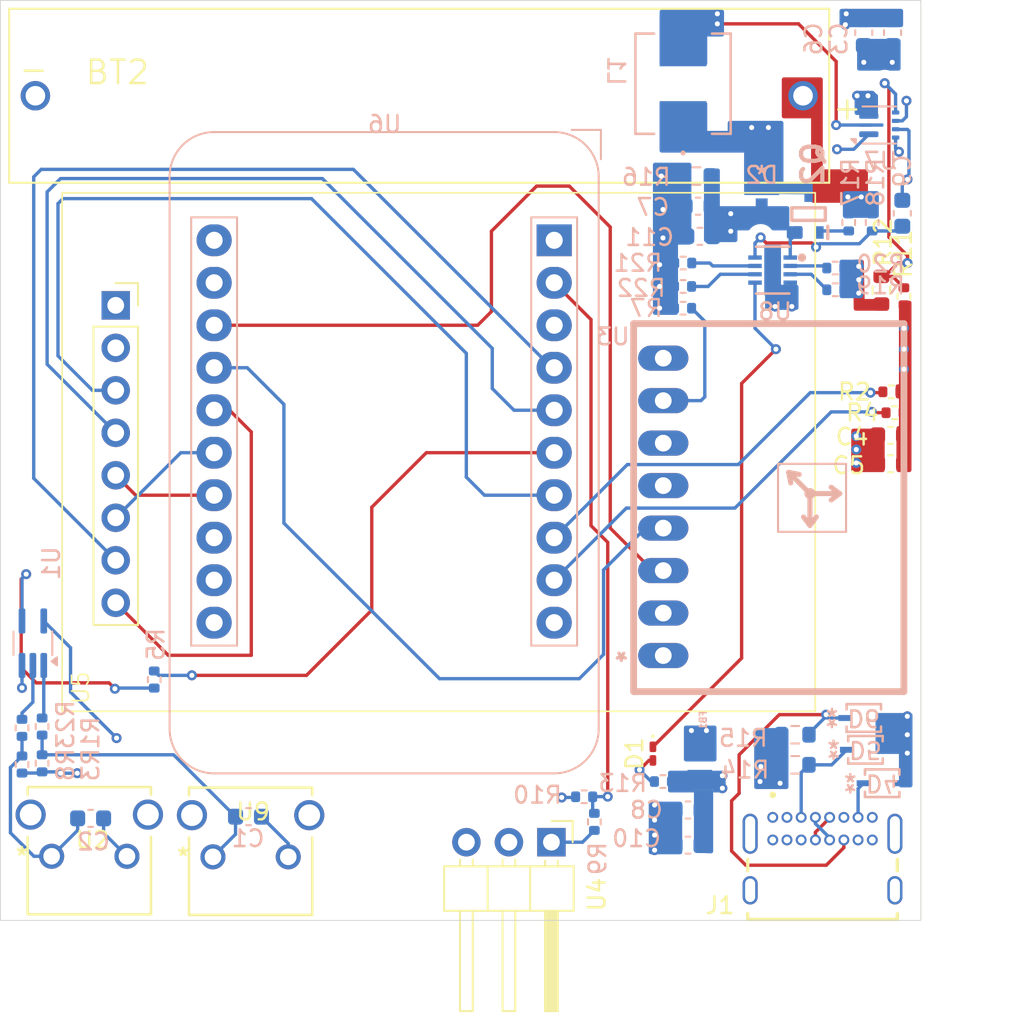
<source format=kicad_pcb>
(kicad_pcb (version 20240108) (generator "pcbnew") (generator_version "8.0")
  (layers (0 "F.Cu" signal) (1 "In1.Cu" signal) (2 "In2.Cu" signal) (31 "B.Cu" signal) (34 "B.Paste" user) (35 "F.Paste" user) (36 "B.SilkS" user "B.Silkscreen") (37 "F.SilkS" user "F.Silkscreen") (38 "B.Mask" user) (39 "F.Mask" user) (44 "Edge.Cuts" user))
  (net 0 "")
  (net 1 "GND")
  (net 2 "Net-(U3-ADO)")
  (net 3 "VDD")
  (net 4 "VBUS")
  (net 5 "Net-(U8-OUT)")
  (net 6 "Net-(D1-A)")
  (net 7 "Net-(D1-K)")
  (net 8 "Net-(C1-Pad2)")
  (net 9 "/BUTTON1")
  (net 10 "+5V")
  (net 11 "Net-(U6-VIN)")
  (net 12 "Net-(U6-VBAT)")
  (net 13 "Net-(C2-Pad2)")
  (net 14 "Net-(U4-SIGNAL)")
  (net 15 "ECG")
  (net 16 "/Battery/CC1")
  (net 17 "/Battery/CC2")
  (net 18 "Net-(BT2-PadP)")
  (net 19 "Net-(Q2-D)")
  (net 20 "Net-(U8-TS)")
  (net 21 "Net-(U8-ISET)")
  (net 22 "Net-(U8-VSET)")
  (net 23 "Net-(U8-TMR)")
  (net 24 "/BUTTON2")
  (net 26 "+3V3")
  (net 28 "SCL_ACCEL")
  (net 29 "SDA_ACCEL")
  (net 31 "HSPI_CS")
  (net 32 "BACKLIGHT")
  (net 33 "DATA{slash}CMD_SEL")
  (net 34 "HSPI_MOSI")
  (net 35 "RESET")
  (net 36 "HSPI_CLK")
  (net 41 "FAILSAFE")
  (net 43 "Net-(U7-SW)")
  (net 44 "Net-(U7-FB)")
  (net 45 "Net-(U6-GPIO12)")
  (net 46 "VCC")
  (net 48 "/Battery/DP")
  (net 49 "/Battery/DN")
  (footprint "Resistor_SMD:R_0402_1005Metric" (layer "F.Cu") (at 142.65 111.4 180)
    (property "Reference" "R2")
    (property "Value" "0" (hide yes))
  )
  (footprint "Capacitor_SMD:C_0603_1608Metric" (layer "F.Cu") (at 142.6 114 180)
    (property "Reference" "C4")
    (property "Value" "47u" (hide yes))
  )
  (footprint "Resistor_SMD:R_0402_1005Metric" (layer "F.Cu") (at 142.84 112.65 180)
    (property "Reference" "R4")
    (property "Value" "0" (hide yes))
  )
  (footprint "LED_SMD:LED_0201_0603Metric_Pad0.64x0.40mm_HandSolder" (layer "F.Cu") (at 128.4 133.03 -90)
    (property "Reference" "D1")
    (property "Value" "150060YS75000" (hide yes))
  )
  (footprint "Footprints:GCT_USB4085-GF-A_REVB" (layer "F.Cu") (at 138.535 141.2)
    (property "Reference" "J1")
    (property "Value" "USB4085-GF-A_REVB")
  )
  (footprint "Detection_Eval_lib_fp:SW2_1825027-C_TEC" (layer "F.Cu") (at 102.109999 139.2)
    (property "Reference" "U9")
    (property "Value" "~" (hide yes))
  )
  (footprint "Capacitor_SMD:C_0603_1608Metric" (layer "F.Cu") (at 142.6 115.7 180)
    (property "Reference" "C5")
    (property "Value" "47u" (hide yes))
  )
  (footprint "Detection_Eval_lib_fp:BAT_BEAAAAPC" (layer "F.Cu") (at 114.435 93.7)
    (property "Reference" "BT2")
    (property "Value" "BH-18650-PC")
  )
  (footprint "Detection_Eval_lib_fp:LCDSCREEN" (layer "F.Cu") (at 93.1 130.5 90)
    (property "Reference" "U5")
    (property "Value" "~")
  )
  (footprint "Detection_Eval_lib_fp:SW2_1825027-C_TEC" (layer "F.Cu") (at 92.471749 139.166699)
    (property "Reference" "U2")
    (property "Value" "~" (hide yes))
  )
  (footprint "Connector_PinHeader_2.54mm:PinHeader_1x03_P2.54mm_Horizontal" (layer "F.Cu") (at 122.335 138.325 -90)
    (property "Reference" "U4")
    (property "Value" "~")
  )
  (footprint "Resistor_SMD:R_0603_1608Metric" (layer "F.Cu") (at 142.05 105.325 -90)
    (property "Reference" "R12")
    (property "Value" "100K" (hide yes))
  )
  (footprint "Resistor_SMD:R_0402_1005Metric" (layer "F.Cu") (at 143.4 105.69 90)
    (property "Reference" "R11")
    (property "Value" "732K" (hide yes))
  )
  (footprint "Footprints:SOT65P210X110-3N" (layer "B.Cu") (at 137.7 100.7728 90)
    (property "Reference" "Q2")
    (property "Value" "PMOS" (hide yes))
  )
  (footprint "Resistor_SMD:R_0402_1005Metric" (layer "B.Cu") (at 90.7 133.68 -90)
    (property "Reference" "R8")
    (property "Value" "10k" (hide yes))
  )
  (footprint "Detection_Eval_lib_fp:IND_IHLP-2020CZ" (layer "B.Cu") (at 130.2 92.9793 90)
    (property "Reference" "L1")
    (property "Value" "1u" (hide yes))
  )
  (footprint "Footprints:TVS_SOD2_DYF_TEX-L" (layer "B.Cu") (at 142.1 134.8)
    (property "Reference" "D4")
    (property "Value" "TSD05CDYFR" (hide yes))
  )
  (footprint "Resistor_SMD:R_0402_1005Metric" (layer "B.Cu") (at 90.7 131.49 90)
    (property "Reference" "R23")
    (property "Value" "0" (hide yes))
  )
  (footprint "Resistor_SMD:R_0402_1005Metric" (layer "B.Cu") (at 140.1 101.2728 90)
    (property "Reference" "R17")
    (property "Value" "0" (hide yes))
  )
  (footprint "Package_TO_SOT_SMD:SOT-353_SC-70-5_Handsoldering" (layer "B.Cu") (at 91.35 126.43 90)
    (property "Reference" "U1")
    (property "Value" "SN74LVC1G08DCKR" (hide yes))
  )
  (footprint "Capacitor_SMD:C_0603_1608Metric" (layer "B.Cu") (at 141 89.925 90)
    (property "Reference" "C6")
    (property "Value" "10u" (hide yes))
  )
  (footprint "Package_DFN_QFN:Texas_RWU0007A_VQFN-7_2x2mm_P0.5mm" (layer "B.Cu") (at 141.925 95.45)
    (property "Reference" "U7")
    (property "Value" "TPS61022" (hide yes))
  )
  (footprint "Resistor_SMD:R_0402_1005Metric" (layer "B.Cu") (at 139.3 104 180)
    (property "Reference" "R20")
    (property "Value" "3k" (hide yes))
  )
  (footprint "Resistor_SMD:R_0402_1005Metric" (layer "B.Cu") (at 139.3 105.3 180)
    (property "Reference" "R19")
    (property "Value" "10k" (hide yes))
  )
  (footprint "Footprints:BEADC2012X105N" (layer "B.Cu") (at 131.2 133.74 90)
    (property "Reference" "FB1")
    (property "Value" "FBMJ2125HS250NT" (hide yes))
  )
  (footprint "Capacitor_SMD:C_0603_1608Metric" (layer "B.Cu") (at 104.235 136.8 180)
    (property "Reference" "C1")
    (property "Value" "0.1u" (hide yes))
  )
  (footprint "Resistor_SMD:R_0402_1005Metric" (layer "B.Cu") (at 130.2 106.4 180)
    (property "Reference" "R7")
    (property "Value" "1k" (hide yes))
  )
  (footprint "Footprints:TVS_SOD2_DYF_TEX-L" (layer "B.Cu") (at 141 130.9)
    (property "Reference" "D6")
    (property "Value" "TSD05CDYFR" (hide yes))
  )
  (footprint "Resistor_SMD:R_0402_1005Metric" (layer "B.Cu") (at 91.9 131.41 90)
    (property "Reference" "R1")
    (property "Value" "0" (hide yes))
  )
  (footprint "Resistor_SMD:R_0402_1005Metric" (layer "B.Cu") (at 130.21 103.7)
    (property "Reference" "R21")
    (property "Value" "62k" (hide yes))
  )
  (footprint "Resistor_SMD:R_0402_1005Metric" (layer "B.Cu") (at 91.9 133.61 -90)
    (property "Reference" "R3")
    (property "Value" "10k" (hide yes))
  )
  (footprint "Capacitor_SMD:C_0603_1608Metric" (layer "B.Cu") (at 94.8 136.9 180)
    (property "Reference" "C2")
    (property "Value" "0.1u" (hide yes))
  )
  (footprint "Resistor_SMD:R_0402_1005Metric" (layer "B.Cu") (at 130.2 105.1)
    (property "Reference" "R22")
    (property "Value" "36k" (hide yes))
  )
  (footprint "Detection_Eval_lib_fp:BQ25172DSGR" (layer "B.Cu") (at 135.553033 104.122799 180)
    (property "Reference" "U8")
    (property "Value" "~" (hide yes))
  )
  (footprint "Footprints:POWERMITE1_DO-216AA_MIS_MCH" (layer "B.Cu") (at 134.9 98.441 180)
    (property "Reference" "D2")
    (property "Value" "UPS115UE3/TR7" (hide yes))
  )
  (footprint "Resistor_SMD:R_0402_1005Metric" (layer "B.Cu") (at 124.29 135.61 180)
    (property "Reference" "R10")
    (property "Value" "430" (hide yes))
  )
  (footprint "Capacitor_SMD:C_0603_1608Metric" (layer "B.Cu") (at 131.2 102.1 180)
    (property "Reference" "C11")
    (property "Value" "100nF" (hide yes))
  )
  (footprint "Module:Adafruit_HUZZAH_ESP8266_breakout" (layer "B.Cu") (at 122.5 102.34 180)
    (property "Reference" "U6")
    (property "Value" "ESP8266" (hide yes))
  )
  (footprint "Resistor_SMD:R_0603_1608Metric" (layer "B.Cu") (at 136.9 131.9 180)
    (property "Reference" "R15")
    (property "Value" "5.1k" (hide yes))
  )
  (footprint "Resistor_SMD:R_0402_1005Metric" (layer "B.Cu") (at 98.6 128.6 90)
    (property "Reference" "R5")
    (property "Value" "10k" (hide yes))
  )
  (footprint "Resistor_SMD:R_0402_1005Metric" (layer "B.Cu") (at 141.5 101.2728 -90)
    (property "Reference" "R18")
    (property "Value" "0" (hide yes))
  )
  (footprint "Capacitor_SMD:C_0603_1608Metric" (layer "B.Cu") (at 142.72 89.925 90)
    (property "Reference" "C3")
    (property "Value" "10u" (hide yes))
  )
  (footprint "Resistor_SMD:R_0402_1005Metric" (layer "B.Cu") (at 129 134.7)
    (property "Reference" "R13")
    (property "Value" "10k" (hide yes))
  )
  (footprint "Resistor_SMD:R_0603_1608Metric" (layer "B.Cu") (at 136.9 133.7 180)
    (property "Reference" "R14")
    (property "Value" "5.1k" (hide yes))
  )
  (footprint "Capacitor_SMD:C_0603_1608Metric" (layer "B.Cu") (at 130.5 136.4 180)
    (property "Reference" "C8")
    (property "Value" "10uF" (hide yes))
  )
  (footprint "Capacitor_SMD:C_0603_1608Metric" (layer "B.Cu") (at 131.1 100.3 180)
    (property "Reference" "C7")
    (property "Value" "1uF" (hide yes))
  )
  (footprint "Capacitor_SMD:C_0603_1608Metric" (layer "B.Cu") (at 143.3 100.725 90)
    (property "Reference" "C9")
    (property "Value" "1uF" (hide yes))
  )
  (footprint "Footprints:TVS_SOD2_DYF_TEX-L" (layer "B.Cu") (at 141.1 132.8)
    (property "Reference" "D5")
    (property "Value" "TSD05CDYFR" (hide yes))
  )
  (footprint "Resistor_SMD:R_0603_1608Metric" (layer "B.Cu") (at 131 98.5 180)
    (property "Reference" "R16")
    (property "Value" "100k" (hide yes))
  )
  (footprint "Resistor_SMD:R_0402_1005Metric" (layer "B.Cu") (at 124.9 137.11 90)
    (property "Reference" "R9")
    (property "Value" "1k" (hide yes))
  )
  (footprint "Capacitor_SMD:C_0603_1608Metric" (layer "B.Cu") (at 130.5 138.5 180)
    (property "Reference" "C10")
    (property "Value" "1uF" (hide yes))
  )
  (footprint "Detection_Eval_lib_fp:GY-521" (layer "B.Cu") (at 127.2484 107.3234)
    (property "Reference" "U3")
    (property "Value" "~")
  )
  (gr_rect (start 89.41 88) (end 144.41 143) (stroke (width 0.05)) (fill none) (layer "Edge.Cuts"))
  (via (at 128.5 136.1) (size 0.6) (drill 0.3) (layers "F.Cu" "B.Cu") (net 1))
  (via (at 136 134.8) (size 0.6) (drill 0.3) (layers "F.Cu" "B.Cu") (net 1))
  (via (at 94 134.2) (size 0.6) (drill 0.3) (layers "F.Cu" "B.Cu") (net 1))
  (via (at 139.9 89.45) (size 0.6) (drill 0.3) (layers "F.Cu" "B.Cu") (net 1))
  (via (at 122.95 135.65) (size 0.6) (drill 0.3) (layers "F.Cu" "B.Cu") (net 1))
  (via (at 128.5 138.8) (size 0.6) (drill 0.3) (layers "F.Cu" "B.Cu") (net 1))
  (via (at 140.7 105.5) (size 0.6) (drill 0.3) (layers "F.Cu" "B.Cu") (net 1))
  (via (at 128.5 137.9) (size 0.6) (drill 0.3) (layers "F.Cu" "B.Cu") (net 1))
  (via (at 139.4 96.9) (size 0.6) (drill 0.3) (layers "F.Cu" "B.Cu") (net 1))
  (via (at 90.7 129.1) (size 0.6) (drill 0.3) (layers "F.Cu" "B.Cu") (net 1))
  (via (at 140.55 115.65) (size 0.6) (drill 0.3) (layers "F.Cu" "B.Cu") (net 1))
  (via (at 143.6 130.8) (size 0.6) (drill 0.3) (layers "F.Cu" "B.Cu") (net 1))
  (via (at 143.61 98.7) (size 0.6) (drill 0.3) (layers "F.Cu" "B.Cu") (net 1))
  (via (at 140.55 114.85) (size 0.6) (drill 0.3) (layers "F.Cu" "B.Cu") (net 1))
  (via (at 139.95 88.8) (size 0.6) (drill 0.3) (layers "F.Cu" "B.Cu") (net 1))
  (via (at 143.6 133) (size 0.6) (drill 0.3) (layers "F.Cu" "B.Cu") (net 1))
  (via (at 140.55 114.05) (size 0.6) (drill 0.3) (layers "F.Cu" "B.Cu") (net 1))
  (via (at 136.7 106.3) (size 0.6) (drill 0.3) (layers "F.Cu" "B.Cu") (net 1))
  (via (at 140.7 104.7) (size 0.6) (drill 0.3) (layers "F.Cu" "B.Cu") (net 1))
  (via (at 129 100.5) (size 0.6) (drill 0.3) (layers "F.Cu" "B.Cu") (net 1))
  (via (at 143.6 131.9) (size 0.6) (drill 0.3) (layers "F.Cu" "B.Cu") (net 1))
  (via (at 140.7 103.9) (size 0.6) (drill 0.3) (layers "F.Cu" "B.Cu") (net 1))
  (via (at 134.85 133.8) (size 0.6) (drill 0.3) (layers "F.Cu" "B.Cu") (net 1))
  (via (at 129 102.2) (size 0.6) (drill 0.3) (layers "F.Cu" "B.Cu") (net 1))
  (via (at 128.5 137) (size 0.6) (drill 0.3) (layers "F.Cu" "B.Cu") (net 1))
  (via (at 134.8 134.7) (size 0.6) (drill 0.3) (layers "F.Cu" "B.Cu") (net 1))
  (via (at 128.8 103.8) (size 0.6) (drill 0.3) (layers "F.Cu" "B.Cu") (net 1))
  (via (at 135.7 106.3) (size 0.6) (drill 0.3) (layers "F.Cu" "B.Cu") (net 1))
  (via (at 128.8 105.1) (size 0.6) (drill 0.3) (layers "F.Cu" "B.Cu") (net 1))
  (via (at 93 134.2) (size 0.6) (drill 0.3) (layers "F.Cu" "B.Cu") (net 1))
  (via (at 128.9 98.5) (size 0.6) (drill 0.3) (layers "F.Cu" "B.Cu") (net 1))
  (via (at 128.8 106.4) (size 0.6) (drill 0.3) (layers "F.Cu" "B.Cu") (net 1))
  (segment (start 135.553033 104.122799) (end 135.553033 106.153033) (width 0.2) (layer "B.Cu") (net 1))
  (segment (start 94 134.2) (end 93 134.2) (width 0.2) (layer "B.Cu") (net 1))
  (segment (start 91.83 134.19) (end 91.9 134.12) (width 0.2) (layer "B.Cu") (net 1))
  (segment (start 90.7 134.19) (end 91.83 134.19) (width 0.2) (layer "B.Cu") (net 1))
  (segment (start 143.61 98.7) (end 143.3 99.01) (width 0.2) (layer "B.Cu") (net 1))
  (segment (start 143.3 99.01) (end 143.3 99.95) (width 0.2) (layer "B.Cu") (net 1))
  (segment (start 135.553033 106.153033) (end 135.7 106.3) (width 0.2) (layer "B.Cu") (net 1))
  (segment (start 139.4 96.9) (end 140.4 96.9) (width 0.2) (layer "B.Cu") (net 1))
  (segment (start 136.606066 104.8728) (end 136.606066 106.206066) (width 0.2) (layer "B.Cu") (net 1))
  (segment (start 142.91319 95.71319) (end 142.9 95.7) (width 0.2) (layer "B.Cu") (net 1))
  (segment (start 140.4 96.9) (end 141.3 96) (width 0.2) (layer "B.Cu") (net 1))
  (segment (start 122.95 135.65) (end 123.74 135.65) (width 0.2) (layer "B.Cu") (net 1))
  (segment (start 143.61 98.7) (end 143.61 98.544438) (width 0.2) (layer "B.Cu") (net 1))
  (segment (start 143.7 98.454438) (end 143.7 95.802326) (width 0.2) (layer "B.Cu") (net 1))
  (segment (start 92.92 134.12) (end 93 134.2) (width 0.2) (layer "B.Cu") (net 1))
  (segment (start 143.610864 95.71319) (end 142.91319 95.71319) (width 0.2) (layer "B.Cu") (net 1))
  (segment (start 90.7 129.1) (end 90.7 127.76) (width 0.2) (layer "B.Cu") (net 1))
  (segment (start 143.7 95.802326) (end 143.610864 95.71319) (width 0.2) (layer "B.Cu") (net 1))
  (segment (start 91.9 134.12) (end 92.92 134.12) (width 0.2) (layer "B.Cu") (net 1))
  (segment (start 143.61 98.544438) (end 143.7 98.454438) (width 0.2) (layer "B.Cu") (net 1))
  (segment (start 136.606066 106.206066) (end 136.7 106.3) (width 0.2) (layer "B.Cu") (net 1))
  (segment (start 123.74 135.65) (end 123.78 135.61) (width 0.2) (layer "B.Cu") (net 1))
  (segment (start 131.5 111.7) (end 131.2726 111.9274) (width 0.2) (layer "B.Cu") (net 2))
  (segment (start 130.71 106.4) (end 131.5 107.19) (width 0.2) (layer "B.Cu") (net 2))
  (segment (start 131.5 107.19) (end 131.5 111.7) (width 0.2) (layer "B.Cu") (net 2))
  (segment (start 131.2726 111.9274) (end 129.0184 111.9274) (width 0.2) (layer "B.Cu") (net 2))
  (via (at 131.6 131.65) (size 0.6) (drill 0.3) (layers "F.Cu" "B.Cu") (net 3))
  (via (at 133.05 100.75) (size 0.6) (drill 0.3) (layers "F.Cu" "B.Cu") (net 3))
  (via (at 133.05 101.8) (size 0.6) (drill 0.3) (layers "F.Cu" "B.Cu") (net 3))
  (via (at 130.7 131.65) (size 0.6) (drill 0.3) (layers "F.Cu" "B.Cu") (net 3))
  (segment (start 136.606066 102.316734) (end 137.05 101.8728) (width 0.2) (layer "B.Cu") (net 3))
  (segment (start 136.606066 103.372801) (end 136.606066 102.316734) (width 0.2) (layer "B.Cu") (net 3))
  (via (at 132.55 135.1) (size 0.6) (drill 0.3) (layers "F.Cu" "B.Cu") (net 4))
  (via (at 132.55 134.35) (size 0.6) (drill 0.3) (layers "F.Cu" "B.Cu") (net 4))
  (segment (start 140.66 135.1224) (end 140.9824 134.8) (width 0.2) (layer "B.Cu") (net 4))
  (segment (start 140.66 136.84) (end 140.66 135.1224) (width 0.2) (layer "B.Cu") (net 4))
  (segment (start 135.164516 102.5) (end 137.902198 102.5) (width 0.2) (layer "F.Cu") (net 5))
  (segment (start 137.902198 102.5) (end 138.15 102.747802) (width 0.2) (layer "F.Cu") (net 5))
  (segment (start 134.836589 102.172073) (end 135.164516 102.5) (width 0.2) (layer "F.Cu") (net 5))
  (via (at 138.15 102.747802) (size 0.6) (drill 0.3) (layers "F.Cu" "B.Cu") (net 5))
  (via (at 134.836589 102.172073) (size 0.6) (drill 0.3) (layers "F.Cu" "B.Cu") (net 5))
  (segment (start 141.5 101.7828) (end 143.0172 101.7828) (width 0.2) (layer "B.Cu") (net 5))
  (segment (start 134.5 102.508662) (end 134.5 103.372801) (width 0.2) (layer "B.Cu") (net 5))
  (segment (start 138.15 102.747802) (end 138.350002 102.5478) (width 0.2) (layer "B.Cu") (net 5))
  (segment (start 140.735 102.5478) (end 141.5 101.7828) (width 0.2) (layer "B.Cu") (net 5))
  (segment (start 143.0172 101.7828) (end 143.3 101.5) (width 0.2) (layer "B.Cu") (net 5))
  (segment (start 134.836589 102.172073) (end 134.5 102.508662) (width 0.2) (layer "B.Cu") (net 5))
  (segment (start 138.350002 102.5478) (end 140.735 102.5478) (width 0.2) (layer "B.Cu") (net 5))
  (segment (start 128.4 133.4375) (end 128.1625 133.4375) (width 0.2) (layer "F.Cu") (net 6))
  (segment (start 128.1625 133.4375) (end 127.6 134) (width 0.2) (layer "F.Cu") (net 6))
  (via (at 127.6 134) (size 0.6) (drill 0.3) (layers "F.Cu" "B.Cu") (net 6))
  (segment (start 128.49 134.7) (end 128.3 134.7) (width 0.2) (layer "B.Cu") (net 6))
  (segment (start 128.3 134.7) (end 127.6 134) (width 0.2) (layer "B.Cu") (net 6))
  (segment (start 135.75 108.85) (end 133.7 110.9) (width 0.2) (layer "F.Cu") (net 7))
  (segment (start 133.7 110.9) (end 133.7 127.3225) (width 0.2) (layer "F.Cu") (net 7))
  (segment (start 133.7 127.3225) (end 128.4 132.6225) (width 0.2) (layer "F.Cu") (net 7))
  (via (at 135.75 108.85) (size 0.6) (drill 0.3) (layers "F.Cu" "B.Cu") (net 7))
  (segment (start 134.5 107.6) (end 134.5 104.8728) (width 0.2) (layer "B.Cu") (net 7))
  (segment (start 135.75 108.85) (end 134.5 107.6) (width 0.2) (layer "B.Cu") (net 7))
  (segment (start 99.76 133.1) (end 103.46 136.8) (width 0.2) (layer "B.Cu") (net 8))
  (segment (start 103.46 137.849999) (end 102.109999 139.2) (width 0.2) (layer "B.Cu") (net 8))
  (segment (start 103.46 136.8) (end 103.46 137.849999) (width 0.2) (layer "B.Cu") (net 8))
  (segment (start 91.9 131.92) (end 91.9 133.1) (width 0.2) (layer "B.Cu") (net 8))
  (segment (start 91.9 133.1) (end 99.76 133.1) (width 0.2) (layer "B.Cu") (net 8))
  (segment (start 92 130.8) (end 91.9 130.9) (width 0.2) (layer "B.Cu") (net 9))
  (segment (start 92 127.76) (end 92 130.8) (width 0.2) (layer "B.Cu") (net 9))
  (via (at 140.6 93.7) (size 0.6) (drill 0.3) (layers "F.Cu" "B.Cu") (net 10))
  (via (at 141.25 93.7) (size 0.6) (drill 0.3) (layers "F.Cu" "B.Cu") (net 10))
  (via (at 96.35 132.1) (size 0.6) (drill 0.3) (layers "F.Cu" "B.Cu") (net 10))
  (via (at 143.4 107.6) (size 0.6) (drill 0.3) (layers "F.Cu" "B.Cu") (net 10))
  (via (at 143.4 110.05) (size 0.6) (drill 0.3) (layers "F.Cu" "B.Cu") (net 10))
  (via (at 143.4 108.85) (size 0.6) (drill 0.3) (layers "F.Cu" "B.Cu") (net 10))
  (segment (start 106.61 138.4) (end 105.01 136.8) (width 0.2) (layer "B.Cu") (net 10))
  (segment (start 96.97175 139.166699) (end 95.575 137.769949) (width 0.2) (layer "B.Cu") (net 10))
  (segment (start 93.6 129.35) (end 93.6 126.7) (width 0.2) (layer "B.Cu") (net 10))
  (segment (start 95.575 137.769949) (end 95.575 136.9) (width 0.2) (layer "B.Cu") (net 10))
  (segment (start 93.6 126.7) (end 92 125.1) (width 0.2) (layer "B.Cu") (net 10))
  (segment (start 106.61 139.2) (end 106.61 138.4) (width 0.2) (layer "B.Cu") (net 10))
  (segment (start 96.35 132.1) (end 93.6 129.35) (width 0.2) (layer "B.Cu") (net 10))
  (segment (start 142.3 111.45) (end 141.4 111.45) (width 0.2) (layer "F.Cu") (net 11))
  (via (at 141.4 111.45) (size 0.6) (drill 0.3) (layers "F.Cu" "B.Cu") (net 11))
  (segment (start 122.5 120.12) (end 126.87 115.75) (width 0.2) (layer "B.Cu") (net 11))
  (segment (start 137.8 111.45) (end 141.4 111.45) (width 0.2) (layer "B.Cu") (net 11))
  (segment (start 126.87 115.75) (end 133.5 115.75) (width 0.2) (layer "B.Cu") (net 11))
  (segment (start 133.5 115.75) (end 137.8 111.45) (width 0.2) (layer "B.Cu") (net 11))
  (segment (start 142.33 112.65) (end 141.52 112.65) (width 0.2) (layer "F.Cu") (net 12))
  (segment (start 141.52 112.65) (end 141.47 112.6) (width 0.2) (layer "F.Cu") (net 12))
  (via (at 141.47 112.6) (size 0.6) (drill 0.3) (layers "F.Cu" "B.Cu") (net 12))
  (segment (start 126.81 118.35) (end 133.3 118.35) (width 0.2) (layer "B.Cu") (net 12))
  (segment (start 139.05 112.6) (end 141.47 112.6) (width 0.2) (layer "B.Cu") (net 12))
  (segment (start 133.3 118.35) (end 139.05 112.6) (width 0.2) (layer "B.Cu") (net 12))
  (segment (start 122.5 122.66) (end 126.81 118.35) (width 0.2) (layer "B.Cu") (net 12))
  (segment (start 94.025 137.613448) (end 94.025 136.9) (width 0.2) (layer "B.Cu") (net 13))
  (segment (start 90.01 137.76462) (end 91.412079 139.166699) (width 0.2) (layer "B.Cu") (net 13))
  (segment (start 91.412079 139.166699) (end 92.471749 139.166699) (width 0.2) (layer "B.Cu") (net 13))
  (segment (start 90.01 133.854951) (end 90.01 137.76462) (width 0.2) (layer "B.Cu") (net 13))
  (segment (start 90.7 132) (end 90.7 133.17) (width 0.2) (layer "B.Cu") (net 13))
  (segment (start 92.471749 139.166699) (end 94.025 137.613448) (width 0.2) (layer "B.Cu") (net 13))
  (segment (start 90.7 133.17) (end 90.015049 133.854951) (width 0.2) (layer "B.Cu") (net 13))
  (segment (start 90.015049 133.854951) (end 90.01 133.854951) (width 0.2) (layer "B.Cu") (net 13))
  (segment (start 124.195 138.325) (end 124.9 137.62) (width 0.2) (layer "B.Cu") (net 14))
  (segment (start 122.335 138.325) (end 124.195 138.325) (width 0.2) (layer "B.Cu") (net 14))
  (segment (start 124.7 107.08) (end 122.5 104.88) (width 0.2) (layer "F.Cu") (net 15))
  (segment (start 125.7 120.4) (end 124.7 119.4) (width 0.2) (layer "F.Cu") (net 15))
  (segment (start 125.7 135.6) (end 125.7 120.4) (width 0.2) (layer "F.Cu") (net 15))
  (segment (start 124.7 119.4) (end 124.7 107.08) (width 0.2) (layer "F.Cu") (net 15))
  (via (at 125.7 135.6) (size 0.6) (drill 0.3) (layers "F.Cu" "B.Cu") (net 15))
  (segment (start 124.8 135.61) (end 124.8 136.5) (width 0.2) (layer "B.Cu") (net 15))
  (segment (start 124.81 135.6) (end 124.8 135.61) (width 0.2) (layer "B.Cu") (net 15))
  (segment (start 124.8 136.5) (end 124.9 136.6) (width 0.2) (layer "B.Cu") (net 15))
  (segment (start 125.7 135.6) (end 124.81 135.6) (width 0.2) (layer "B.Cu") (net 15))
  (segment (start 137.26 136.84) (end 137.26 134.165) (width 0.2) (layer "B.Cu") (net 16))
  (segment (start 137.725 133.7) (end 139.0824 133.7) (width 0.2) (layer "B.Cu") (net 16))
  (segment (start 139.0824 133.7) (end 139.9824 132.8) (width 0.2) (layer "B.Cu") (net 16))
  (segment (start 137.26 134.165) (end 137.725 133.7) (width 0.2) (layer "B.Cu") (net 16))
  (segment (start 139.81 138.649619) (end 138.759619 139.7) (width 0.2) (layer "F.Cu") (net 17))
  (segment (start 133.55 133.1) (end 135.95 130.7) (width 0.2) (layer "F.Cu") (net 17))
  (segment (start 135.95 130.7) (end 138.75 130.7) (width 0.2) (layer "F.Cu") (net 17))
  (segment (start 139.81 138.19) (end 139.81 138.649619) (width 0.2) (layer "F.Cu") (net 17))
  (segment (start 138.759619 139.7) (end 133.95 139.7) (width 0.2) (layer "F.Cu") (net 17))
  (segment (start 133.95 139.7) (end 133.1 138.85) (width 0.2) (layer "F.Cu") (net 17))
  (segment (start 133.1 138.85) (end 133.1 135.85) (width 0.2) (layer "F.Cu") (net 17))
  (segment (start 133.55 135.4) (end 133.55 133.1) (width 0.2) (layer "F.Cu") (net 17))
  (segment (start 133.1 135.85) (end 133.55 135.4) (width 0.2) (layer "F.Cu") (net 17))
  (via (at 138.75 130.7) (size 0.6) (drill 0.3) (layers "F.Cu" "B.Cu") (net 17))
  (segment (start 138.75 130.8) (end 138.75 130.7) (width 0.2) (layer "B.Cu") (net 17))
  (segment (start 138.95 130.9) (end 138.75 130.7) (width 0.2) (layer "B.Cu") (net 17))
  (segment (start 137.725 131.875) (end 137.7 131.85) (width 0.2) (layer "B.Cu") (net 17))
  (segment (start 137.725 131.9) (end 137.725 131.875) (width 0.2) (layer "B.Cu") (net 17))
  (segment (start 137.7 131.85) (end 138.75 130.8) (width 0.2) (layer "B.Cu") (net 17))
  (segment (start 139.8824 130.9) (end 138.95 130.9) (width 0.2) (layer "B.Cu") (net 17))
  (via (at 140.85 99.75) (size 0.6) (drill 0.3) (layers "F.Cu" "B.Cu") (net 18))
  (via (at 140.05 99.75) (size 0.6) (drill 0.3) (layers "F.Cu" "B.Cu") (net 18))
  (segment (start 138.44 101.7828) (end 138.35 101.8728) (width 0.2) (layer "B.Cu") (net 19))
  (segment (start 140.1 101.7828) (end 138.44 101.7828) (width 0.2) (layer "B.Cu") (net 19))
  (segment (start 138.79 105.3) (end 137.862799 104.372799) (width 0.2) (layer "B.Cu") (net 20))
  (segment (start 137.862799 104.372799) (end 136.606066 104.372799) (width 0.2) (layer "B.Cu") (net 20))
  (segment (start 138.662799 103.872799) (end 136.606066 103.872799) (width 0.2) (layer "B.Cu") (net 21))
  (segment (start 138.79 104) (end 138.662799 103.872799) (width 0.2) (layer "B.Cu") (net 21))
  (segment (start 131.972799 103.872799) (end 134.5 103.872799) (width 0.2) (layer "B.Cu") (net 22))
  (segment (start 130.72 103.7) (end 131.8 103.7) (width 0.2) (layer "B.Cu") (net 22))
  (segment (start 131.8 103.7) (end 131.972799 103.872799) (width 0.2) (layer "B.Cu") (net 22))
  (segment (start 132.427201 104.372799) (end 134.5 104.372799) (width 0.2) (layer "B.Cu") (net 23))
  (segment (start 130.71 105.1) (end 131.7 105.1) (width 0.2) (layer "B.Cu") (net 23))
  (segment (start 131.7 105.1) (end 132.427201 104.372799) (width 0.2) (layer "B.Cu") (net 23))
  (segment (start 90.7 130.98) (end 90.7 130.6) (width 0.2) (layer "B.Cu") (net 24))
  (segment (start 90.7 130.6) (end 91.35 129.95) (width 0.2) (layer "B.Cu") (net 24))
  (segment (start 91.35 129.95) (end 91.35 127.76) (width 0.2) (layer "B.Cu") (net 24))
  (segment (start 118.75 106.6) (end 118.75 101.8) (width 0.2) (layer "F.Cu") (net 28))
  (segment (start 123.4 99.1) (end 125.85 101.55) (width 0.2) (layer "F.Cu") (net 28))
  (segment (start 121.45 99.1) (end 123.4 99.1) (width 0.2) (layer "F.Cu") (net 28))
  (segment (start 102.18 107.42) (end 117.93 107.42) (width 0.2) (layer "F.Cu") (net 28))
  (segment (start 118.75 101.8) (end 121.45 99.1) (width 0.2) (layer "F.Cu") (net 28))
  (segment (start 125.85 101.55) (end 125.85 119.55) (width 0.2) (layer "F.Cu") (net 28))
  (segment (start 128.3874 122.0874) (end 129.0184 122.0874) (width 0.2) (layer "F.Cu") (net 28))
  (segment (start 117.93 107.42) (end 118.75 106.6) (width 0.2) (layer "F.Cu") (net 28))
  (segment (start 125.85 119.55) (end 128.3874 122.0874) (width 0.2) (layer "F.Cu") (net 28))
  (segment (start 124 128.55) (end 125.45 127.1) (width 0.2) (layer "B.Cu") (net 29))
  (segment (start 125.45 127.1) (end 125.45 122.05) (width 0.2) (layer "B.Cu") (net 29))
  (segment (start 104.16 109.96) (end 106.35 112.15) (width 0.2) (layer "B.Cu") (net 29))
  (segment (start 127.9526 119.5474) (end 129.0184 119.5474) (width 0.2) (layer "B.Cu") (net 29))
  (segment (start 106.35 119.25) (end 115.65 128.55) (width 0.2) (layer "B.Cu") (net 29))
  (segment (start 106.35 112.15) (end 106.35 119.25) (width 0.2) (layer "B.Cu") (net 29))
  (segment (start 102.18 109.96) (end 104.16 109.96) (width 0.2) (layer "B.Cu") (net 29))
  (segment (start 115.65 128.55) (end 124 128.55) (width 0.2) (layer "B.Cu") (net 29))
  (segment (start 125.45 122.05) (end 127.9526 119.5474) (width 0.2) (layer "B.Cu") (net 29))
  (segment (start 97.49 117.58) (end 102.18 117.58) (width 0.2) (layer "F.Cu") (net 31))
  (segment (start 96.3 116.39) (end 97.49 117.58) (width 0.2) (layer "F.Cu") (net 31))
  (segment (start 104.4 127.15) (end 104.4 113.8) (width 0.2) (layer "F.Cu") (net 32))
  (segment (start 103.1 112.5) (end 102.18 112.5) (width 0.2) (layer "F.Cu") (net 32))
  (segment (start 104.4 113.8) (end 103.1 112.5) (width 0.2) (layer "F.Cu") (net 32))
  (segment (start 99.44 127.15) (end 104.4 127.15) (width 0.2) (layer "F.Cu") (net 32))
  (segment (start 96.3 124.01) (end 99.44 127.15) (width 0.2) (layer "F.Cu") (net 32))
  (segment (start 96.3 118.93) (end 100.19 115.04) (width 0.2) (layer "B.Cu") (net 33))
  (segment (start 100.19 115.04) (end 102.18 115.04) (width 0.2) (layer "B.Cu") (net 33))
  (segment (start 94.91 111.31) (end 92.85 109.25) (width 0.2) (layer "B.Cu") (net 34))
  (segment (start 117.25 109.1) (end 117.25 116.5) (width 0.2) (layer "B.Cu") (net 34))
  (segment (start 93.15 99.85) (end 108 99.85) (width 0.2) (layer "B.Cu") (net 34))
  (segment (start 117.25 116.5) (end 118.33 117.58) (width 0.2) (layer "B.Cu") (net 34))
  (segment (start 92.85 100.15) (end 93.15 99.85) (width 0.2) (layer "B.Cu") (net 34))
  (segment (start 118.33 117.58) (end 122.5 117.58) (width 0.2) (layer "B.Cu") (net 34))
  (segment (start 96.3 111.31) (end 94.91 111.31) (width 0.2) (layer "B.Cu") (net 34))
  (segment (start 108 99.85) (end 117.25 109.1) (width 0.2) (layer "B.Cu") (net 34))
  (segment (start 92.85 109.25) (end 92.85 100.15) (width 0.2) (layer "B.Cu") (net 34))
  (segment (start 110.5 98.1) (end 122.36 109.96) (width 0.2) (layer "B.Cu") (net 35))
  (segment (start 91.85 98.1) (end 110.5 98.1) (width 0.2) (layer "B.Cu") (net 35))
  (segment (start 96.3 121.47) (end 91.4 116.57) (width 0.2) (layer "B.Cu") (net 35))
  (segment (start 91.4 98.55) (end 91.85 98.1) (width 0.2) (layer "B.Cu") (net 35))
  (segment (start 122.36 109.96) (end 122.5 109.96) (width 0.2) (layer "B.Cu") (net 35))
  (segment (start 91.4 116.57) (end 91.4 98.55) (width 0.2) (layer "B.Cu") (net 35))
  (segment (start 93 98.65) (end 108.65 98.65) (width 0.2) (layer "B.Cu") (net 36))
  (segment (start 92.2 109.75) (end 92.2 99.45) (width 0.2) (layer "B.Cu") (net 36))
  (segment (start 96.3 113.85) (end 92.2 109.75) (width 0.2) (layer "B.Cu") (net 36))
  (segment (start 92.2 99.45) (end 93 98.65) (width 0.2) (layer "B.Cu") (net 36))
  (segment (start 120.1 112.5) (end 122.5 112.5) (width 0.2) (layer "B.Cu") (net 36))
  (segment (start 108.65 98.65) (end 118.8 108.8) (width 0.2) (layer "B.Cu") (net 36))
  (segment (start 118.8 108.8) (end 118.8 111.2) (width 0.2) (layer "B.Cu") (net 36))
  (segment (start 118.8 111.2) (end 120.1 112.5) (width 0.2) (layer "B.Cu") (net 36))
  (segment (start 95.9 128.8) (end 91.55 128.8) (width 0.2) (layer "F.Cu") (net 41))
  (segment (start 91.55 128.8) (end 90.65 127.9) (width 0.2) (layer "F.Cu") (net 41))
  (segment (start 96.25 129.15) (end 95.9 128.8) (width 0.2) (layer "F.Cu") (net 41))
  (segment (start 90.65 122.6) (end 90.95 122.3) (width 0.2) (layer "F.Cu") (net 41))
  (segment (start 90.65 127.9) (end 90.65 122.6) (width 0.2) (layer "F.Cu") (net 41))
  (via (at 90.95 122.3) (size 0.6) (drill 0.3) (layers "F.Cu" "B.Cu") (net 41))
  (via (at 96.25 129.15) (size 0.6) (drill 0.3) (layers "F.Cu" "B.Cu") (net 41))
  (segment (start 90.7 122.55) (end 90.7 125.1) (width 0.2) (layer "B.Cu") (net 41))
  (segment (start 96.29 129.11) (end 98.6 129.11) (width 0.2) (layer "B.Cu") (net 41))
  (segment (start 96.25 129.15) (end 96.29 129.11) (width 0.2) (layer "B.Cu") (net 41))
  (segment (start 90.95 122.3) (end 90.7 122.55) (width 0.2) (layer "B.Cu") (net 41))
  (segment (start 139.35 91.65) (end 139.35 95.45) (width 0.2) (layer "F.Cu") (net 43))
  (segment (start 132.25 89.4) (end 137.1 89.4) (width 0.2) (layer "F.Cu") (net 43))
  (segment (start 137.1 89.4) (end 139.35 91.65) (width 0.2) (layer "F.Cu") (net 43))
  (via (at 139.35 95.45) (size 0.6) (drill 0.3) (layers "F.Cu" "B.Cu") (net 43))
  (via (at 132.25 89.4) (size 0.6) (drill 0.3) (layers "F.Cu" "B.Cu") (net 43))
  (via (at 132.25 88.8) (size 0.6) (drill 0.3) (layers "F.Cu" "B.Cu") (net 43))
  (segment (start 139.35 95.45) (end 141.45 95.45) (width 0.2) (layer "B.Cu") (net 43))
  (segment (start 142.5 102.15) (end 142.5 93.2) (width 0.2) (layer "F.Cu") (net 44))
  (segment (start 143.61 103.7) (end 143.05 103.7) (width 0.2) (layer "F.Cu") (net 44))
  (segment (start 142.5 93.2) (end 142.25 92.95) (width 0.2) (layer "F.Cu") (net 44))
  (segment (start 142.72 104.5) (end 143.4 105.18) (width 0.2) (layer "F.Cu") (net 44))
  (segment (start 143.05 103.7) (end 142.25 104.5) (width 0.2) (layer "F.Cu") (net 44))
  (segment (start 143.61 103.26) (end 142.5 102.15) (width 0.2) (layer "F.Cu") (net 44))
  (segment (start 142.05 104.5) (end 142.72 104.5) (width 0.2) (layer "F.Cu") (net 44))
  (segment (start 143.61 103.7) (end 143.61 103.26) (width 0.2) (layer "F.Cu") (net 44))
  (via (at 143.61 103.7) (size 0.6) (drill 0.3) (layers "F.Cu" "B.Cu") (net 44))
  (via (at 142.25 92.95) (size 0.6) (drill 0.3) (layers "F.Cu" "B.Cu") (net 44))
  (segment (start 142.9 93.6) (end 142.9 94.7) (width 0.2) (layer "B.Cu") (net 44))
  (segment (start 142.25 92.95) (end 142.9 93.6) (width 0.2) (layer "B.Cu") (net 44))
  (segment (start 100.85 128.35) (end 107.7 128.35) (width 0.2) (layer "F.Cu") (net 45))
  (segment (start 107.7 128.35) (end 111.6 124.45) (width 0.2) (layer "F.Cu") (net 45))
  (segment (start 111.6 118.3) (end 114.86 115.04) (width 0.2) (layer "F.Cu") (net 45))
  (segment (start 111.6 124.45) (end 111.6 118.3) (width 0.2) (layer "F.Cu") (net 45))
  (segment (start 114.86 115.04) (end 122.5 115.04) (width 0.2) (layer "F.Cu") (net 45))
  (via (at 100.85 128.35) (size 0.6) (drill 0.3) (layers "F.Cu" "B.Cu") (net 45))
  (segment (start 100.85 128.35) (end 98.86 128.35) (width 0.2) (layer "B.Cu") (net 45))
  (segment (start 98.86 128.35) (end 98.6 128.09) (width 0.2) (layer "B.Cu") (net 45))
  (via (at 134.3 95.6) (size 0.6) (drill 0.3) (layers "F.Cu" "B.Cu") (net 46))
  (via (at 141 91.7) (size 0.6) (drill 0.3) (layers "F.Cu" "B.Cu") (net 46))
  (via (at 143.1 97.05) (size 0.6) (drill 0.3) (layers "F.Cu" "B.Cu") (net 46))
  (via (at 135.3 95.6) (size 0.6) (drill 0.3) (layers "F.Cu" "B.Cu") (net 46))
  (via (at 142.7 91.7) (size 0.6) (drill 0.3) (layers "F.Cu" "B.Cu") (net 46))
  (via (at 143.55 94) (size 0.6) (drill 0.3) (layers "F.Cu" "B.Cu") (net 46))
  (segment (start 143.55 94.95) (end 143.55 94) (width 0.2) (layer "B.Cu") (net 46))
  (segment (start 142.9 96.85) (end 142.9 96.2) (width 0.2) (layer "B.Cu") (net 46))
  (segment (start 143.3 95.2) (end 143.55 94.95) (width 0.2) (layer "B.Cu") (net 46))
  (segment (start 142.9 95.2) (end 143.3 95.2) (width 0.2) (layer "B.Cu") (net 46))
  (segment (start 143.1 97.05) (end 142.9 96.85) (width 0.2) (layer "B.Cu") (net 46))
  (segment (start 138.96 138.06) (end 138.96 138.19) (width 0.2) (layer "B.Cu") (net 48))
  (segment (start 138.11 136.84) (end 138.11 137.21) (width 0.2) (layer "B.Cu") (net 48))
  (segment (start 138.11 137.21) (end 138.96 138.06) (width 0.2) (layer "B.Cu") (net 48))
  (segment (start 138.11 137.730381) (end 138.96 136.880381) (width 0.2) (layer "F.Cu") (net 49))
  (segment (start 138.96 136.880381) (end 138.96 136.84) (width 0.2) (layer "F.Cu") (net 49))
  (segment (start 138.11 138.19) (end 138.11 137.730381) (width 0.2) (layer "F.Cu") (net 49))
  (zone (net 1) (net_name "GND") (layer "F.Cu") (priority 16) (connect_pads yes (clearance 0.5)) (min_thickness 0.25) (fill yes (thermal_gap 0.5) (thermal_bridge_width 0.5))
    (polygon (pts (xy 141.5 106.55) (xy 142.5 106.55) (xy 142.5 105.85) (xy 141.05 105.85) (xy 141 103.5) (xy 140.35 103.5) (xy 140.4 106.55) (xy 141.5 106.55)))
  )
  (zone (net 1) (net_name "GND") (layer "F.Cu") (priority 14) (connect_pads yes (clearance 0.5)) (min_thickness 0.25) (fill yes (thermal_gap 0.5) (thermal_bridge_width 0.5))
    (polygon (pts (xy 140.25 113.6) (xy 142.25 113.6) (xy 142.25 116.2) (xy 140.25 116.2)))
  )
  (zone (net 10) (net_name "+5V") (layer "F.Cu") (priority 15) (connect_pads yes (clearance 0.5)) (min_thickness 0.25) (fill yes (thermal_gap 0.5) (thermal_bridge_width 0.5))
    (polygon (pts (xy 142.95 116.2) (xy 143.85 116.2) (xy 143.85 105.95) (xy 143.1 105.95) (xy 143.1 110.95) (xy 142.9 110.95) (xy 142.9 111.8) (xy 143.1 111.8) (xy 143.1 113.45) (xy 142.95 113.4)))
  )
  (zone (net 18) (net_name "Net-(BT2-PadP)") (layer "F.Cu") (priority 18) (connect_pads yes (clearance 0.5)) (min_thickness 0.25) (fill yes (thermal_gap 0.5) (thermal_bridge_width 0.5))
    (polygon (pts (xy 137.85 100.1) (xy 141.25 100.1) (xy 141.25 98.1) (xy 138.55 98.1) (xy 138.55 92.6) (xy 136.1 92.6) (xy 136.1 95.05) (xy 137.85 95.05) (xy 137.85 94.9)))
  )
  (zone (net 1) (net_name "GND") (layer "B.Cu") (priority 13) (connect_pads yes (clearance 0.5)) (min_thickness 0.25) (fill yes (thermal_gap 0.5) (thermal_bridge_width 0.5))
    (polygon (pts (xy 139.55 103.5) (xy 139.55 105.8) (xy 140.95 105.8) (xy 140.95 103.5)))
  )
  (zone (net 1) (net_name "GND") (layer "B.Cu") (priority 1) (connect_pads yes (clearance 0.5)) (min_thickness 0.25) (fill yes (thermal_gap 0.5) (thermal_bridge_width 0.5))
    (polygon (pts (xy 130.7 102.6) (xy 129.9 102.6) (xy 129.9 106.8) (xy 128.4 106.8) (xy 128.4 97.7) (xy 130.7 97.7)))
  )
  (zone (net 43) (net_name "Net-(U7-SW)") (layer "B.Cu") (priority 11) (connect_pads yes (clearance 0.5)) (min_thickness 0.25) (fill yes (thermal_gap 0.5) (thermal_bridge_width 0.5))
    (polygon (pts (xy 128.8 91.9) (xy 132.65 91.9) (xy 132.65 88.55) (xy 128.8 88.55)))
  )
  (zone (net 1) (net_name "GND") (layer "B.Cu") (priority 7) (connect_pads yes (clearance 0.5)) (min_thickness 0.25) (fill yes (thermal_gap 0.5) (thermal_bridge_width 0.5))
    (polygon (pts (xy 136.5 131.5) (xy 136.5 135.15) (xy 134.45 135.15) (xy 134.45 131.5)))
  )
  (zone (net 46) (net_name "VCC") (layer "B.Cu") (priority 10) (connect_pads yes (clearance 0.5)) (min_thickness 0.25) (fill yes (thermal_gap 0.5) (thermal_bridge_width 0.5))
    (polygon (pts (xy 128.8 94.05) (xy 128.8 97.1) (xy 133.85 97.1) (xy 133.85 99.55) (xy 137.95 99.6) (xy 137.95 98.9) (xy 136.2 98.9) (xy 136.2 95.2) (xy 131.95 95.2) (xy 131.95 94.05)))
  )
  (zone (net 18) (net_name "Net-(BT2-PadP)") (layer "B.Cu") (priority 19) (connect_pads yes (clearance 0.5)) (min_thickness 0.25) (fill yes (thermal_gap 0.5) (thermal_bridge_width 0.5))
    (polygon (pts (xy 141.9 100.7) (xy 141.9 99.4) (xy 139.75 99.4) (xy 139.75 101) (xy 141.9 101)))
  )
  (zone (net 3) (net_name "VDD") (layer "B.Cu") (priority 9) (connect_pads yes (clearance 0.5)) (min_thickness 0.25) (fill yes (thermal_gap 0.5) (thermal_bridge_width 0.5))
    (polygon (pts (xy 131.45 98.05) (xy 131.45 102.45) (xy 133.45 102.45) (xy 133.45 101.75) (xy 136.4 101.75) (xy 136.4 102.25) (xy 137.35 102.25) (xy 137.35 101.5) (xy 136.55 101.5) (xy 136.55 100.3) (xy 132.4 100.3) (xy 132.4 98.05)))
  )
  (zone (net 10) (net_name "+5V") (layer "B.Cu") (priority 17) (connect_pads yes (clearance 0.5)) (min_thickness 0.25) (fill yes (thermal_gap 0.5) (thermal_bridge_width 0.5))
    (polygon (pts (xy 141.85 95) (xy 140.45 95) (xy 140.45 93.4) (xy 141.85 93.4) (xy 141.85 93.95)))
  )
  (zone (net 3) (net_name "VDD") (layer "B.Cu") (priority 5) (connect_pads yes (clearance 0.5)) (min_thickness 0.25) (fill yes (thermal_gap 0.5) (thermal_bridge_width 0.5))
    (polygon (pts (xy 130.25 133.5) (xy 132.2 133.5) (xy 132.2 131.35) (xy 130.25 131.35) (xy 130.25 131.8)))
  )
  (zone (net 1) (net_name "GND") (layer "B.Cu") (priority 12) (connect_pads yes (clearance 0.5)) (min_thickness 0.25) (fill yes (thermal_gap 0.5) (thermal_bridge_width 0.5))
    (polygon (pts (xy 139.55 88.5) (xy 139.55 89.6) (xy 143.35 89.6) (xy 143.35 88.5)))
  )
  (zone (net 1) (net_name "GND") (layer "B.Cu") (priority 3) (connect_pads yes (clearance 0.5)) (min_thickness 0.25) (fill yes (thermal_gap 0.5) (thermal_bridge_width 0.5))
    (polygon (pts (xy 130.15 135.9) (xy 130.15 139.05) (xy 128.15 139.05) (xy 128.15 135.9)))
  )
  (zone (net 1) (net_name "GND") (layer "B.Cu") (priority 8) (connect_pads yes (clearance 0.5)) (min_thickness 0.25) (fill yes (thermal_gap 0.5) (thermal_bridge_width 0.5))
    (polygon (pts (xy 135.05 102.65) (xy 135.05 106.5) (xy 137.1 106.5) (xy 137.1 104.75) (xy 136.05 104.75) (xy 136.05 102.65)))
  )
  (zone (net 4) (net_name "VBUS") (layer "B.Cu") (priority 6) (connect_pads yes (clearance 0.5)) (min_thickness 0.25) (fill yes (thermal_gap 0.5) (thermal_bridge_width 0.5))
    (polygon (pts (xy 130.85 135.2) (xy 130.85 138.95) (xy 132 139) (xy 132 135.2)))
  )
  (zone (net 1) (net_name "GND") (layer "B.Cu") (priority 2) (connect_pads yes (clearance 0.5)) (min_thickness 0.25) (fill yes (thermal_gap 0.5) (thermal_bridge_width 0.5))
    (polygon (pts (xy 141.7 130.6) (xy 141.7 133.05) (xy 143.1 133.05) (xy 143.1 135.05) (xy 143.95 135.05) (xy 143.95 130.6)))
  )
  (zone (net 4) (net_name "VBUS") (layer "B.Cu") (priority 4) (connect_pads yes (clearance 0.5)) (min_thickness 0.25) (fill yes (thermal_gap 0.5) (thermal_bridge_width 0.5))
    (polygon (pts (xy 129.3 134.05) (xy 129.3 135.35) (xy 132.75 135.35) (xy 132.75 134.05)))
  )
  (zone (net 46) (net_name "VCC") (layer "B.Cu") (connect_pads yes (clearance 0.5)) (min_thickness 0.25) (fill yes (thermal_gap 0.5) (thermal_bridge_width 0.5))
    (polygon (pts (xy 140.6 90.3) (xy 140.6 92.2) (xy 143.2 92.2) (xy 143.2 90.3)))
  )
)
</source>
